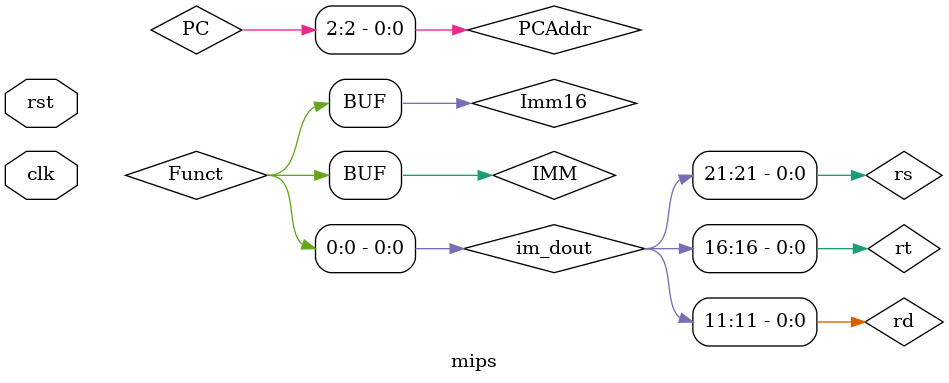
<source format=v>
module mips( clk, rst );
   input   clk;
   input   rst;
   
   wire 		     RFWr;
   wire 		     DMWr;
   wire 		     PCWr;
   wire 		     IRWr;
   wire [1:0]  EXTOp;
   wire [1:0]  ALUOp;
   wire [1:0]  NPCOp;
   wire 		     BSel;
   wire 		     Zero;
   
	wire [31:0] PC;
   assign PCAddr = PC[11:2];

   PC U_PC (
      .clk(clk), .rst(rst), .PCWr(PCWr), .NPC(NPC), .PC(PC)
   ); 
   
	wire [31:0] im_dout;

   im_4k U_IM ( 
      .addr(PCAddr) , .dout(im_dout)
   );

   assign Op = im_dout[31:26];
   assign Funct = im_dout[5:0];
   assign rs = im_dout[25:21];
   assign rt = im_dout[20:16];
   assign rd = im_dout[15:11];
   assign Imm16 = im_dout[15:0];
   assign IMM = im_dout[25:0];

   RF U_RF (
      .A1(rs), .A2(rt), .A3(A3), .WD(WD), .clk(clk), 
      .RFWr(RFWr), .RD1(RD1), .RD2(RD2)
   );
   
      

  
endmodule
</source>
